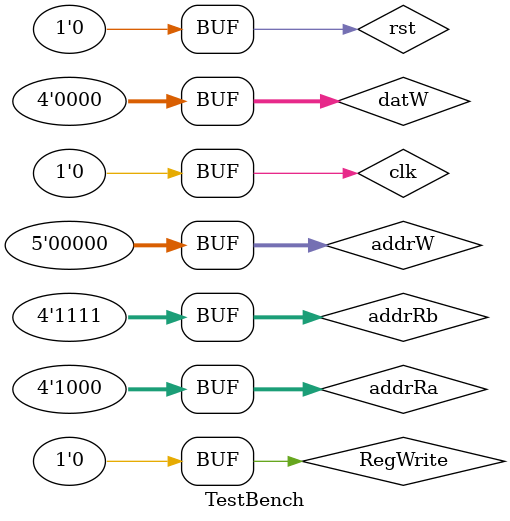
<source format=v>
`timescale 1ns / 1ps


module TestBench;

	// Inputs
	reg [3:0] addrRa;
	reg [3:0] addrRb;
	reg [4:0] addrW;
	reg [3:0] datW;
	reg RegWrite;
	reg clk;
	reg rst;

	// Outputs
	wire [3:0] datOutRa;
	wire [3:0] datOutRb;

	// Instantiate the Unit Under Test (UUT)
	BancoRegistro uut (
		.addrRa(addrRa), 
		.addrRb(addrRb), 
		.datOutRa(datOutRa), 
		.datOutRb(datOutRb), 
		.addrW(addrW), 
		.datW(datW), 
		.RegWrite(RegWrite), 
		.clk(clk), 
		.rst(rst)
	);

	initial begin
		// Initialize Inputs
		addrRa = 0;
		addrRb = 0;
		addrW = 0;
		datW = 0;
		RegWrite = 0;
		clk = 0;
		rst = 0;

		// Wait 100 ns for global reset to finish
		#100;
      for (addrRa = 0; addrRa < 8; addrRa = addrRa + 1) begin
			#5 addrRb=addrRa+8;
			 //$display("el valor de registro %d =  %d y %d = %d", addrRa,datOutRa,addrRb,datOutRb) ;
    end
	 
		
		
	end
      
endmodule


</source>
